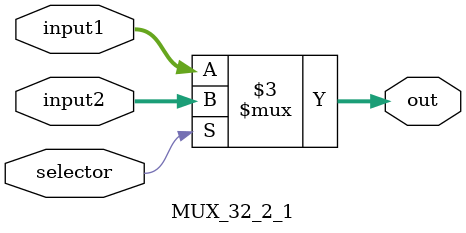
<source format=v>

module MUX_32_2_1(
    out,
    input1,
    input2,
    selector
);

    output reg[31:0] out;   // Output to the register memory / ALU

    input[31:0] input1;     // Input from the ALU / output register 2
    input[31:0] input2;     // Input from the Readed data in data memory / Immediate genaretor
    input selector;         // Input from the controler memory toregister / ALU Src

    //choose the value for the ALU / value to write in the register
    always @(input1, input2, selector)
        begin
            if (selector)
                begin
                    out <= input2;
                end
            else
                begin
                    out <= input1;
                end
        end

endmodule
</source>
